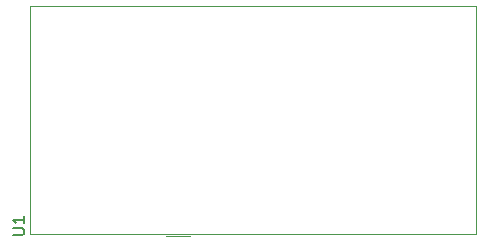
<source format=gbr>
G04 #@! TF.GenerationSoftware,KiCad,Pcbnew,5.1.5+dfsg1-2build2*
G04 #@! TF.CreationDate,2021-11-16T16:54:19-05:00*
G04 #@! TF.ProjectId,056INCH_3DIGIT,30353649-4e43-4485-9f33-44494749542e,rev?*
G04 #@! TF.SameCoordinates,Original*
G04 #@! TF.FileFunction,Legend,Top*
G04 #@! TF.FilePolarity,Positive*
%FSLAX46Y46*%
G04 Gerber Fmt 4.6, Leading zero omitted, Abs format (unit mm)*
G04 Created by KiCad (PCBNEW 5.1.5+dfsg1-2build2) date 2021-11-16 16:54:19*
%MOMM*%
%LPD*%
G04 APERTURE LIST*
%ADD10C,0.120000*%
%ADD11C,0.150000*%
G04 APERTURE END LIST*
D10*
X114481100Y-120461600D02*
X116481100Y-120461600D01*
X140751100Y-100971600D02*
X102911100Y-100971600D01*
X140751100Y-120211600D02*
X140751100Y-100971600D01*
X102911100Y-120211600D02*
X140751100Y-120211600D01*
X102911100Y-120211600D02*
X102911100Y-100971600D01*
D11*
X101471480Y-120319704D02*
X102281004Y-120319704D01*
X102376242Y-120272085D01*
X102423861Y-120224466D01*
X102471480Y-120129228D01*
X102471480Y-119938752D01*
X102423861Y-119843514D01*
X102376242Y-119795895D01*
X102281004Y-119748276D01*
X101471480Y-119748276D01*
X102471480Y-118748276D02*
X102471480Y-119319704D01*
X102471480Y-119033990D02*
X101471480Y-119033990D01*
X101614338Y-119129228D01*
X101709576Y-119224466D01*
X101757195Y-119319704D01*
M02*

</source>
